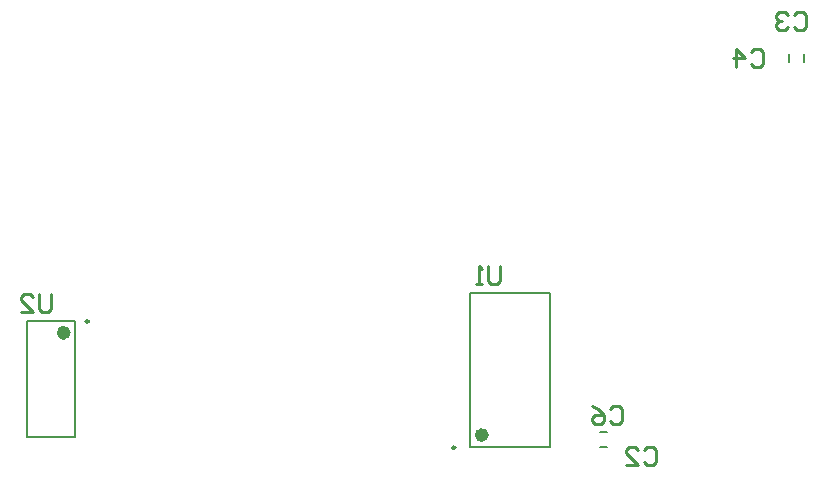
<source format=gbo>
G04*
G04 #@! TF.GenerationSoftware,Altium Limited,Altium Designer,18.0.9 (584)*
G04*
G04 Layer_Color=32896*
%FSLAX25Y25*%
%MOIN*%
G70*
G01*
G75*
%ADD10C,0.01000*%
%ADD11C,0.00591*%
%ADD12C,0.00787*%
%ADD39C,0.02362*%
%ADD40C,0.00984*%
D10*
X139370Y58754D02*
Y53756D01*
X138370Y52756D01*
X136371D01*
X135371Y53756D01*
Y58754D01*
X129373Y52756D02*
X133372D01*
X129373Y56755D01*
Y57754D01*
X130373Y58754D01*
X132372D01*
X133372Y57754D01*
X288976Y67809D02*
Y62811D01*
X287977Y61811D01*
X285977D01*
X284978Y62811D01*
Y67809D01*
X282978Y61811D02*
X280979D01*
X281979D01*
Y67809D01*
X282978Y66809D01*
X325529Y20353D02*
X326529Y21352D01*
X328528D01*
X329528Y20353D01*
Y16354D01*
X328528Y15354D01*
X326529D01*
X325529Y16354D01*
X319531Y21352D02*
X321530Y20353D01*
X323530Y18353D01*
Y16354D01*
X322530Y15354D01*
X320531D01*
X319531Y16354D01*
Y17354D01*
X320531Y18353D01*
X323530D01*
X372773Y139250D02*
X373773Y140250D01*
X375772D01*
X376772Y139250D01*
Y135252D01*
X375772Y134252D01*
X373773D01*
X372773Y135252D01*
X367775Y134252D02*
Y140250D01*
X370774Y137251D01*
X366775D01*
X386946Y151455D02*
X387946Y152455D01*
X389945D01*
X390945Y151455D01*
Y147456D01*
X389945Y146457D01*
X387946D01*
X386946Y147456D01*
X384947Y151455D02*
X383947Y152455D01*
X381948D01*
X380948Y151455D01*
Y150455D01*
X381948Y149456D01*
X382947D01*
X381948D01*
X380948Y148456D01*
Y147456D01*
X381948Y146457D01*
X383947D01*
X384947Y147456D01*
X336946Y6573D02*
X337946Y7573D01*
X339945D01*
X340945Y6573D01*
Y2575D01*
X339945Y1575D01*
X337946D01*
X336946Y2575D01*
X330948Y1575D02*
X334947D01*
X330948Y5573D01*
Y6573D01*
X331948Y7573D01*
X333947D01*
X334947Y6573D01*
D11*
X322281Y12520D02*
X324800D01*
X322281Y7598D02*
X324800D01*
X385335Y135945D02*
Y138465D01*
X390256Y135945D02*
Y138465D01*
D12*
X278937Y58839D02*
X305709D01*
X278937Y7658D02*
X305709D01*
Y58839D01*
X278937Y7658D02*
Y58839D01*
X147441Y11024D02*
Y49606D01*
X131299Y11024D02*
Y49606D01*
X147441D01*
X131299Y11024D02*
X147441D01*
D39*
X284055Y11594D02*
G03*
X284055Y11594I-1181J0D01*
G01*
X144685Y45669D02*
G03*
X144685Y45669I-1181J0D01*
G01*
D40*
X274114Y7402D02*
G03*
X274114Y7402I-492J0D01*
G01*
X151870Y49419D02*
G03*
X151870Y49419I-492J0D01*
G01*
M02*

</source>
